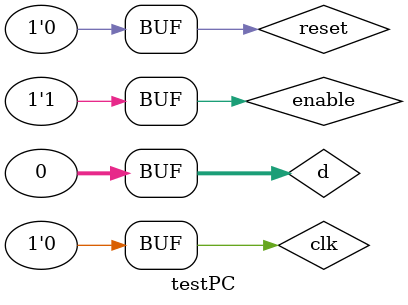
<source format=v>
`timescale 1ns / 1ps


module testPC;

	// Inputs
	reg clk;
	reg reset;
	reg enable;
	reg [31:0] d;

	// Outputs
	wire [31:0] q;

	// Instantiate the Unit Under Test (UUT)
	PC uut (
		.clk(clk), 
		.reset(reset), 
		.enable(enable), 
		.d(d), 
		.q(q)
	);

	initial begin
		// Initialize Inputs
		clk = 0;
		reset = 0;
		enable = 0;
		d = 0;

		// Wait 100 ns for global reset to finish
		#100;
      reset = 1;
		clk = 1;
		#100
		reset = 0;
		clk = 0;
		d = 32'b1110101;
		#100;
		clk = 1;
		#100;
		clk = 0;
		enable = 1;
		#100;
		clk = 1;
		#100;
		clk = 0;
		d = 32'b0;
		#100;
		clk = 1;
		#100;
		clk = 0;
		
		// Add stimulus here

	end
      
endmodule


</source>
